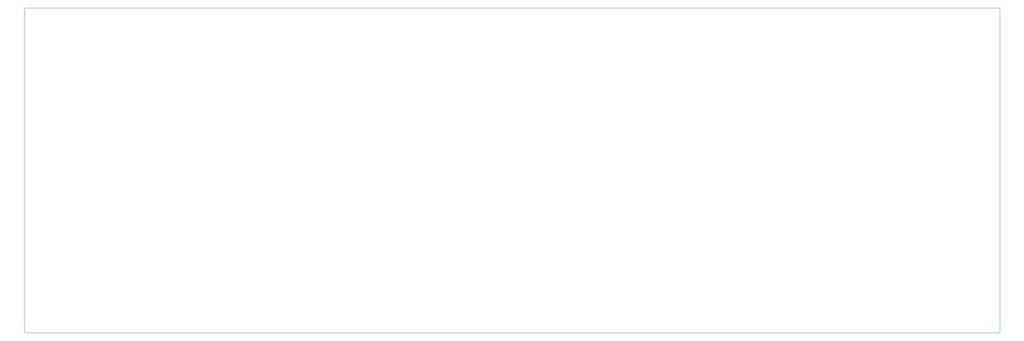
<source format=gbr>
%TF.GenerationSoftware,KiCad,Pcbnew,(5.1.10)-1*%
%TF.CreationDate,2021-06-03T19:49:58-05:00*%
%TF.ProjectId,step_led_panel,73746570-5f6c-4656-945f-70616e656c2e,rev?*%
%TF.SameCoordinates,Original*%
%TF.FileFunction,Profile,NP*%
%FSLAX46Y46*%
G04 Gerber Fmt 4.6, Leading zero omitted, Abs format (unit mm)*
G04 Created by KiCad (PCBNEW (5.1.10)-1) date 2021-06-03 19:49:58*
%MOMM*%
%LPD*%
G01*
G04 APERTURE LIST*
%TA.AperFunction,Profile*%
%ADD10C,0.050000*%
%TD*%
G04 APERTURE END LIST*
D10*
X228600000Y0D02*
X0Y0D01*
X228600000Y-76200000D02*
X228600000Y0D01*
X0Y-76200000D02*
X228600000Y-76200000D01*
X0Y0D02*
X0Y-76200000D01*
M02*

</source>
